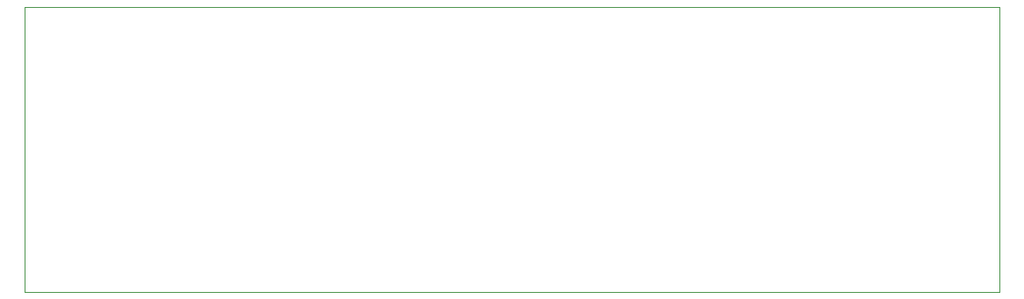
<source format=gm1>
G04 #@! TF.GenerationSoftware,KiCad,Pcbnew,9.0.3*
G04 #@! TF.CreationDate,2025-08-18T18:11:48-04:00*
G04 #@! TF.ProjectId,Calender,43616c65-6e64-4657-922e-6b696361645f,rev?*
G04 #@! TF.SameCoordinates,Original*
G04 #@! TF.FileFunction,Profile,NP*
%FSLAX46Y46*%
G04 Gerber Fmt 4.6, Leading zero omitted, Abs format (unit mm)*
G04 Created by KiCad (PCBNEW 9.0.3) date 2025-08-18 18:11:48*
%MOMM*%
%LPD*%
G01*
G04 APERTURE LIST*
G04 #@! TA.AperFunction,Profile*
%ADD10C,0.050000*%
G04 #@! TD*
G04 APERTURE END LIST*
D10*
X144010000Y-115250000D02*
X237990000Y-115250000D01*
X237990000Y-142750000D01*
X144010000Y-142750000D01*
X144010000Y-115250000D01*
M02*

</source>
